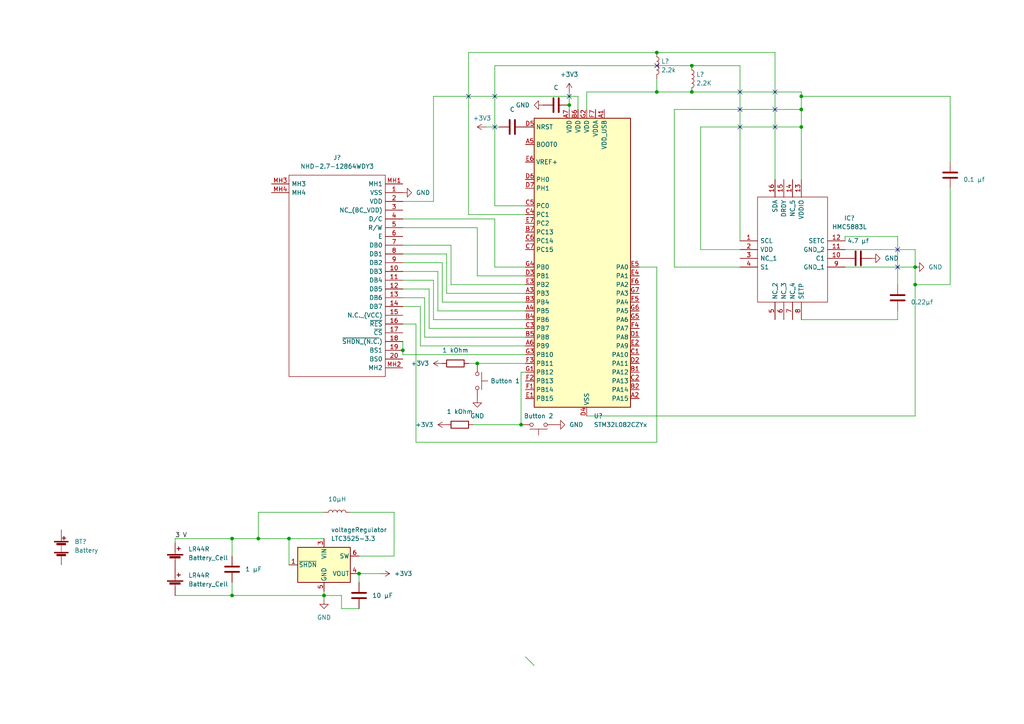
<source format=kicad_sch>
(kicad_sch (version 20211123) (generator eeschema)
  (paper "A4")
  (lib_symbols
    (symbol "BESTLIBRARY:HMC5883L" (pin_names (offset 0.762))
      (property "Reference" "IC" (at 26.67 17.78 0))
      (property "Value" "HMC5883L" (at 26.67 15.24 0))
      (symbol "HMC5883L_0_0"
        (pin passive line (at 0 0 0) (length 5.08) (name "SCL") (number "1"))
        (pin passive line (at 30.48 -5.08 180) (length 5.08) (name "C1") (number "10"))
        (pin passive line (at 30.48 -2.54 180) (length 5.08) (name "GND_2") (number "11"))
        (pin passive line (at 30.48 0 180) (length 5.08) (name "SETC") (number "12"))
        (pin passive line (at 17.78 17.78 270) (length 5.08) (name "VDDIO") (number "13"))
        (pin passive line (at 15.24 17.78 270) (length 5.08) (name "NC_5") (number "14"))
        (pin passive line (at 12.7 17.78 270) (length 5.08) (name "DRDY") (number "15"))
        (pin passive line (at 10.16 17.78 270) (length 5.08) (name "SDA") (number "16"))
        (pin passive line (at 0 -2.54 0) (length 5.08) (name "VDD") (number "2"))
        (pin passive line (at 0 -5.08 0) (length 5.08) (name "NC_1") (number "3"))
        (pin passive line (at 0 -7.62 0) (length 5.08) (name "S1") (number "4"))
        (pin passive line (at 10.16 -22.86 90) (length 5.08) (name "NC_2") (number "5"))
        (pin passive line (at 12.7 -22.86 90) (length 5.08) (name "NC_3") (number "6"))
        (pin passive line (at 15.24 -22.86 90) (length 5.08) (name "NC_4") (number "7"))
        (pin passive line (at 17.78 -22.86 90) (length 5.08) (name "SETP") (number "8"))
        (pin passive line (at 30.48 -7.62 180) (length 5.08) (name "GND_1") (number "9"))
      )
      (symbol "HMC5883L_0_1"
        (polyline (pts (xy 5.08 12.7) (xy 25.4 12.7) (xy 25.4 -17.78) (xy 5.08 -17.78) (xy 5.08 12.7)) (stroke (width 0.1524)))
      )
    )
    (symbol "BESTLIBRARY:NHD-2.7-12864WDY3" (pin_names (offset 0.762))
      (property "Reference" "J" (at 34.29 7.62 0))
      (property "Value" "NHD-2.7-12864WDY3" (at 34.29 5.08 0))
      (symbol "NHD-2.7-12864WDY3_0_0"
        (pin passive line (at 38.1 -2.54 180) (length 5.08) (name "VSS") (number "1"))
        (pin passive line (at 38.1 -25.4 180) (length 5.08) (name "DB3") (number "10"))
        (pin passive line (at 38.1 -27.94 180) (length 5.08) (name "DB4") (number "11"))
        (pin passive line (at 38.1 -30.48 180) (length 5.08) (name "DB5") (number "12"))
        (pin passive line (at 38.1 -33.02 180) (length 5.08) (name "DB6") (number "13"))
        (pin passive line (at 38.1 -35.56 180) (length 5.08) (name "DB7") (number "14"))
        (pin passive line (at 38.1 -38.1 180) (length 5.08) (name "N.C._(VCC)") (number "15"))
        (pin passive line (at 38.1 -40.64 180) (length 5.08) (name "~{RES}") (number "16"))
        (pin passive line (at 38.1 -43.18 180) (length 5.08) (name "~{CS}") (number "17"))
        (pin passive line (at 38.1 -45.72 180) (length 5.08) (name "~{SHDN_(N.C.})") (number "18"))
        (pin passive line (at 38.1 -48.26 180) (length 5.08) (name "BS1") (number "19"))
        (pin passive line (at 38.1 -5.08 180) (length 5.08) (name "VDD") (number "2"))
        (pin passive line (at 38.1 -50.8 180) (length 5.08) (name "BS0") (number "20"))
        (pin passive line (at 38.1 -7.62 180) (length 5.08) (name "NC_(BC_VDD)") (number "3"))
        (pin passive line (at 38.1 -10.16 180) (length 5.08) (name "D/C") (number "4"))
        (pin passive line (at 38.1 -12.7 180) (length 5.08) (name "R/W") (number "5"))
        (pin passive line (at 38.1 -15.24 180) (length 5.08) (name "E") (number "6"))
        (pin passive line (at 38.1 -17.78 180) (length 5.08) (name "DB0") (number "7"))
        (pin passive line (at 38.1 -20.32 180) (length 5.08) (name "DB1") (number "8"))
        (pin passive line (at 38.1 -22.86 180) (length 5.08) (name "DB2") (number "9"))
        (pin passive line (at 38.1 0 180) (length 5.08) (name "MH1") (number "MH1"))
        (pin passive line (at 38.1 -53.34 180) (length 5.08) (name "MH2") (number "MH2"))
        (pin passive line (at 0 0 0) (length 5.08) (name "MH3") (number "MH3"))
        (pin passive line (at 0 -2.54 0) (length 5.08) (name "MH4") (number "MH4"))
      )
      (symbol "NHD-2.7-12864WDY3_0_1"
        (polyline (pts (xy 5.08 2.54) (xy 33.02 2.54) (xy 33.02 -55.88) (xy 5.08 -55.88) (xy 5.08 2.54)) (stroke (width 0.1524)))
      )
    )
    (symbol "Device:Battery" (pin_numbers hide) (pin_names (offset 0) hide)
      (property "Reference" "BT" (at 2.54 2.54 0))
      (property "Value" "Battery" (at 2.54 0 0))
      (symbol "Battery_0_1"
        (rectangle (start -2.032 -1.397) (end 2.032 -1.651) (fill (type outline)))
        (rectangle (start -2.032 1.778) (end 2.032 1.524) (fill (type outline)))
        (rectangle (start -1.3208 -1.9812) (end 1.27 -2.4892) (fill (type outline)))
        (rectangle (start -1.3208 1.1938) (end 1.27 0.6858) (fill (type outline)))
        (polyline (pts (xy 0 -1.524) (xy 0 -1.27)))
        (polyline (pts (xy 0 -1.016) (xy 0 -0.762)))
        (polyline (pts (xy 0 -0.508) (xy 0 -0.254)))
        (polyline (pts (xy 0 0) (xy 0 0.254)))
        (polyline (pts (xy 0 0.508) (xy 0 0.762)))
        (polyline (pts (xy 0 1.778) (xy 0 2.54)))
        (polyline (pts (xy 0.254 2.667) (xy 1.27 2.667)) (stroke (width 0.254)))
        (polyline (pts (xy 0.762 3.175) (xy 0.762 2.159)) (stroke (width 0.254)))
      )
      (symbol "Battery_1_1"
        (pin passive line (at 0 5.08 270) (length 2.54) (name "+") (number "1"))
        (pin passive line (at 0 -5.08 90) (length 2.54) (name "-") (number "2"))
      )
    )
    (symbol "Device:Battery_Cell" (pin_numbers hide) (pin_names (offset 0) hide)
      (property "Reference" "BT" (at 2.54 2.54 0))
      (property "Value" "Battery_Cell" (at 2.54 0 0))
      (symbol "Battery_Cell_0_1"
        (rectangle (start -2.286 1.778) (end 2.286 1.524) (fill (type outline)))
        (rectangle (start -1.5748 1.1938) (end 1.4732 0.6858) (fill (type outline)))
        (polyline (pts (xy 0 0.762) (xy 0 0)))
        (polyline (pts (xy 0 1.778) (xy 0 2.54)))
        (polyline (pts (xy 0.508 3.429) (xy 1.524 3.429)) (stroke (width 0.254)))
        (polyline (pts (xy 1.016 3.937) (xy 1.016 2.921)) (stroke (width 0.254)))
      )
      (symbol "Battery_Cell_1_1"
        (pin passive line (at 0 5.08 270) (length 2.54) (name "+") (number "1"))
        (pin passive line (at 0 -2.54 90) (length 2.54) (name "-") (number "2"))
      )
    )
    (symbol "Device:C" (pin_numbers hide) (pin_names (offset 0.254))
      (property "Reference" "C" (at 0.635 2.54 0))
      (property "Value" "C" (at 0.635 -2.54 0))
      (symbol "C_0_1"
        (polyline (pts (xy -2.032 -0.762) (xy 2.032 -0.762)) (stroke (width 0.508)))
        (polyline (pts (xy -2.032 0.762) (xy 2.032 0.762)) (stroke (width 0.508)))
      )
      (symbol "C_1_1"
        (pin passive line (at 0 3.81 270) (length 2.794) (name "~") (number "1"))
        (pin passive line (at 0 -3.81 90) (length 2.794) (name "~") (number "2"))
      )
    )
    (symbol "Device:L" (pin_numbers hide) (pin_names (offset 1.016) hide)
      (property "Reference" "L" (at -1.27 0 90))
      (property "Value" "L" (at 1.905 0 90))
      (symbol "L_0_1"
        (arc (start 0 -2.54) (mid 0.635 -1.905) (end 0 -1.27))
        (arc (start 0 -1.27) (mid 0.635 -0.635) (end 0 0))
        (arc (start 0 0) (mid 0.635 0.635) (end 0 1.27))
        (arc (start 0 1.27) (mid 0.635 1.905) (end 0 2.54))
      )
      (symbol "L_1_1"
        (pin passive line (at 0 3.81 270) (length 1.27) (name "1") (number "1"))
        (pin passive line (at 0 -3.81 90) (length 1.27) (name "2") (number "2"))
      )
    )
    (symbol "Device:R" (pin_numbers hide) (pin_names (offset 0))
      (property "Reference" "R" (at 2.032 0 90))
      (property "Value" "R" (at 0 0 90))
      (symbol "R_0_1"
        (rectangle (start -1.016 -2.54) (end 1.016 2.54) (stroke (width 0.254)))
      )
      (symbol "R_1_1"
        (pin passive line (at 0 3.81 270) (length 1.27) (name "~") (number "1"))
        (pin passive line (at 0 -3.81 90) (length 1.27) (name "~") (number "2"))
      )
    )
    (symbol "MCU_ST_STM32L0:STM32L082CZYx"
      (property "Reference" "U" (at -15.24 41.91 0))
      (property "Value" "STM32L082CZYx" (at 7.62 41.91 0))
      (symbol "STM32L082CZYx_0_1"
        (rectangle (start -15.24 -43.18) (end 12.7 40.64) (stroke (width 0.254)) (fill (type background)))
      )
      (symbol "STM32L082CZYx_1_1"
        (pin power_in line (at 5.08 43.18 270) (length 2.54) (name "VDD_USB") (number "A1"))
        (pin bidirectional line (at 15.24 -40.64 180) (length 2.54) (name "PA15") (number "A2"))
        (pin bidirectional line (at -17.78 -10.16 0) (length 2.54) (name "PB3") (number "A3"))
        (pin bidirectional line (at -17.78 -15.24 0) (length 2.54) (name "PB5") (number "A4"))
        (pin input line (at -17.78 33.02 0) (length 2.54) (name "BOOT0") (number "A5"))
        (pin bidirectional line (at -17.78 -25.4 0) (length 2.54) (name "PB9") (number "A6"))
        (pin power_in line (at -5.08 43.18 270) (length 2.54) (name "VDD") (number "A7"))
        (pin bidirectional line (at 15.24 -33.02 180) (length 2.54) (name "PA12") (number "B1"))
        (pin bidirectional line (at 15.24 -38.1 180) (length 2.54) (name "PA14") (number "B2"))
        (pin bidirectional line (at -17.78 -12.7 0) (length 2.54) (name "PB4") (number "B3"))
        (pin bidirectional line (at -17.78 -17.78 0) (length 2.54) (name "PB6") (number "B4"))
        (pin bidirectional line (at -17.78 -22.86 0) (length 2.54) (name "PB8") (number "B5"))
        (pin power_in line (at -2.54 43.18 270) (length 2.54) (name "VDD") (number "B6"))
        (pin bidirectional line (at -17.78 7.62 0) (length 2.54) (name "PC13") (number "B7"))
        (pin bidirectional line (at 15.24 -27.94 180) (length 2.54) (name "PA10") (number "C1"))
        (pin bidirectional line (at 15.24 -35.56 180) (length 2.54) (name "PA13") (number "C2"))
        (pin bidirectional line (at -17.78 -20.32 0) (length 2.54) (name "PB7") (number "C3"))
        (pin bidirectional line (at -17.78 12.7 0) (length 2.54) (name "PC1") (number "C4"))
        (pin bidirectional line (at -17.78 15.24 0) (length 2.54) (name "PC0") (number "C5"))
        (pin bidirectional line (at -17.78 5.08 0) (length 2.54) (name "PC14") (number "C6"))
        (pin bidirectional line (at -17.78 2.54 0) (length 2.54) (name "PC15") (number "C7"))
        (pin bidirectional line (at 15.24 -22.86 180) (length 2.54) (name "PA8") (number "D1"))
        (pin bidirectional line (at 15.24 -30.48 180) (length 2.54) (name "PA11") (number "D2"))
        (pin bidirectional line (at -17.78 -5.08 0) (length 2.54) (name "PB1") (number "D3"))
        (pin power_in line (at 0 -45.72 90) (length 2.54) (name "VSS") (number "D4"))
        (pin input line (at -17.78 38.1 0) (length 2.54) (name "NRST") (number "D5"))
        (pin input line (at -17.78 22.86 0) (length 2.54) (name "PH0") (number "D6"))
        (pin input line (at -17.78 20.32 0) (length 2.54) (name "PH1") (number "D7"))
        (pin bidirectional line (at -17.78 -40.64 0) (length 2.54) (name "PB15") (number "E1"))
        (pin bidirectional line (at 15.24 -25.4 180) (length 2.54) (name "PA9") (number "E2"))
        (pin bidirectional line (at -17.78 -7.62 0) (length 2.54) (name "PB2") (number "E3"))
        (pin bidirectional line (at 15.24 -5.08 180) (length 2.54) (name "PA1") (number "E4"))
        (pin bidirectional line (at 15.24 -2.54 180) (length 2.54) (name "PA0") (number "E5"))
        (pin power_in line (at -17.78 27.94 0) (length 2.54) (name "VREF+") (number "E6"))
        (pin bidirectional line (at -17.78 10.16 0) (length 2.54) (name "PC2") (number "E7"))
        (pin bidirectional line (at -17.78 -38.1 0) (length 2.54) (name "PB14") (number "F1"))
        (pin bidirectional line (at -17.78 -35.56 0) (length 2.54) (name "PB13") (number "F2"))
        (pin bidirectional line (at -17.78 -30.48 0) (length 2.54) (name "PB11") (number "F3"))
        (pin bidirectional line (at 15.24 -20.32 180) (length 2.54) (name "PA7") (number "F4"))
        (pin bidirectional line (at 15.24 -12.7 180) (length 2.54) (name "PA4") (number "F5"))
        (pin bidirectional line (at 15.24 -7.62 180) (length 2.54) (name "PA2") (number "F6"))
        (pin power_in line (at 2.54 43.18 270) (length 2.54) (name "VDDA") (number "F7"))
        (pin bidirectional line (at -17.78 -33.02 0) (length 2.54) (name "PB12") (number "G1"))
        (pin power_in line (at 0 43.18 270) (length 2.54) (name "VDD") (number "G2"))
        (pin bidirectional line (at -17.78 -27.94 0) (length 2.54) (name "PB10") (number "G3"))
        (pin bidirectional line (at -17.78 -2.54 0) (length 2.54) (name "PB0") (number "G4"))
        (pin bidirectional line (at 15.24 -17.78 180) (length 2.54) (name "PA6") (number "G5"))
        (pin bidirectional line (at 15.24 -15.24 180) (length 2.54) (name "PA5") (number "G6"))
        (pin bidirectional line (at 15.24 -10.16 180) (length 2.54) (name "PA3") (number "G7"))
      )
    )
    (symbol "Regulator_Switching:LTC3525-3.3" (pin_names (offset 0.254))
      (property "Reference" "U" (at -6.35 6.35 0))
      (property "Value" "LTC3525-3.3" (at 1.27 6.35 0))
      (symbol "LTC3525-3.3_0_1"
        (rectangle (start -7.62 5.08) (end 7.62 -5.08) (stroke (width 0.254)) (fill (type background)))
      )
      (symbol "LTC3525-3.3_1_1"
        (pin input line (at -10.16 0 0) (length 2.54) (name "~{SHDN}") (number "1"))
        (pin passive line (at 0 -7.62 90) (length 2.54) hide (name "GND") (number "2"))
        (pin power_in line (at 0 7.62 270) (length 2.54) (name "VIN") (number "3"))
        (pin power_out line (at 10.16 -2.54 180) (length 2.54) (name "VOUT") (number "4"))
        (pin power_in line (at 0 -7.62 90) (length 2.54) (name "GND") (number "5"))
        (pin input line (at 10.16 2.54 180) (length 2.54) (name "SW") (number "6"))
      )
    )
    (symbol "Switch:SW_Push" (pin_numbers hide) (pin_names (offset 1.016) hide)
      (property "Reference" "SW" (at 1.27 2.54 0))
      (property "Value" "SW_Push" (at 0 -1.524 0))
      (symbol "SW_Push_0_1"
        (circle (center -2.032 0) (radius 0.508))
        (polyline (pts (xy 0 1.27) (xy 0 3.048)))
        (polyline (pts (xy 2.54 1.27) (xy -2.54 1.27)))
        (circle (center 2.032 0) (radius 0.508))
        (pin passive line (at -5.08 0 0) (length 2.54) (name "1") (number "1"))
        (pin passive line (at 5.08 0 180) (length 2.54) (name "2") (number "2"))
      )
    )
    (symbol "power:+3.3V" (power) (pin_names (offset 0))
      (property "Value" "+3.3V" (at 0 3.556 0))
      (symbol "+3.3V_0_1"
        (polyline (pts (xy -0.762 1.27) (xy 0 2.54)))
        (polyline (pts (xy 0 0) (xy 0 2.54)))
        (polyline (pts (xy 0 2.54) (xy 0.762 1.27)))
      )
      (symbol "+3.3V_1_1"
        (pin power_in line (at 0 0 90) (length 0) hide (name "+3V3") (number "1"))
      )
    )
    (symbol "power:GND" (power) (pin_names (offset 0))
      (property "Value" "GND" (at 0 -3.81 0))
      (symbol "GND_0_1"
        (polyline (pts (xy 0 0) (xy 0 -1.27) (xy 1.27 -1.27) (xy 0 -2.54) (xy -1.27 -1.27) (xy 0 -1.27)))
      )
      (symbol "GND_1_1"
        (pin power_in line (at 0 0 270) (length 0) hide (name "GND") (number "1"))
      )
    )
  )
  (junction (at 67.31 156.21))
  (junction (at 200.66 19.05))
  (junction (at 232.41 36.83))
  (junction (at 83.82 156.21))
  (junction (at 67.31 172.72))
  (junction (at 232.41 31.75))
  (junction (at 265.43 82.55))
  (junction (at 116.84 101.6))
  (junction (at 138.43 105.41))
  (junction (at 93.98 172.72))
  (junction (at 265.43 77.47))
  (junction (at 74.93 156.21))
  (junction (at 190.5 15.24))
  (junction (at 151.13 123.19))
  (junction (at 190.5 26.67))
  (junction (at 200.66 26.67))
  (junction (at 232.41 27.94))
  (junction (at 165.1 30.48))
  (junction (at 104.14 166.37))
  (no_connect (at 214.63 26.67))
  (no_connect (at 224.79 26.67))
  (no_connect (at 260.35 77.47))
  (no_connect (at 260.35 72.39))
  (no_connect (at 214.63 36.83))
  (no_connect (at 224.79 36.83))
  (no_connect (at 224.79 31.75))
  (no_connect (at 214.63 31.75))
  (no_connect (at 135.89 27.94))
  (no_connect (at 143.51 27.94))
  (no_connect (at 190.5 19.05))
  (no_connect (at 143.51 36.83))
  (no_connect (at 165.1 27.94))
  (bus_entry (at 152.4 190.5) (size 2.54 2.54))
  (wire (pts (xy 93.98 173.99) (xy 93.98 172.72)))
  (wire (pts (xy 116.84 101.6) (xy 116.84 102.87)))
  (wire (pts (xy 152.4 107.95) (xy 151.13 107.95)))
  (wire (pts (xy 260.35 82.55) (xy 260.35 68.58)))
  (wire (pts (xy 232.41 36.83) (xy 232.41 52.07)))
  (wire (pts (xy 116.84 88.9) (xy 121.92 88.9)))
  (wire (pts (xy 135.89 15.24) (xy 190.5 15.24)))
  (wire (pts (xy 265.43 72.39) (xy 265.43 77.47)))
  (wire (pts (xy 116.84 81.28) (xy 125.73 81.28)))
  (wire (pts (xy 104.14 166.37) (xy 104.14 168.91)))
  (wire (pts (xy 121.92 88.9) (xy 121.92 100.33)))
  (wire (pts (xy 138.43 66.04) (xy 138.43 80.01)))
  (wire (pts (xy 67.31 156.21) (xy 67.31 161.29)))
  (wire (pts (xy 232.41 92.71) (xy 260.35 92.71)))
  (wire (pts (xy 116.84 78.74) (xy 127 78.74)))
  (wire (pts (xy 116.84 76.2) (xy 128.27 76.2)))
  (wire (pts (xy 232.41 26.67) (xy 232.41 27.94)))
  (wire (pts (xy 120.65 128.27) (xy 190.5 128.27)))
  (wire (pts (xy 214.63 19.05) (xy 214.63 69.85)))
  (wire (pts (xy 170.18 120.65) (xy 265.43 120.65)))
  (wire (pts (xy 232.41 26.67) (xy 200.66 26.67)))
  (wire (pts (xy 143.51 63.5) (xy 143.51 77.47)))
  (wire (pts (xy 135.89 105.41) (xy 138.43 105.41)))
  (wire (pts (xy 224.79 15.24) (xy 224.79 52.07)))
  (wire (pts (xy 203.2 72.39) (xy 203.2 36.83)))
  (wire (pts (xy 128.27 87.63) (xy 152.4 87.63)))
  (wire (pts (xy 138.43 80.01) (xy 152.4 80.01)))
  (wire (pts (xy 214.63 77.47) (xy 195.58 77.47)))
  (wire (pts (xy 167.64 31.75) (xy 167.64 27.94)))
  (wire (pts (xy 104.14 166.37) (xy 110.49 166.37)))
  (wire (pts (xy 275.59 82.55) (xy 265.43 82.55)))
  (wire (pts (xy 67.31 172.72) (xy 93.98 172.72)))
  (wire (pts (xy 245.11 77.47) (xy 265.43 77.47)))
  (wire (pts (xy 120.65 93.98) (xy 120.65 128.27)))
  (wire (pts (xy 67.31 156.21) (xy 50.8 156.21)))
  (wire (pts (xy 114.3 148.59) (xy 101.6 148.59)))
  (wire (pts (xy 203.2 36.83) (xy 232.41 36.83)))
  (wire (pts (xy 129.54 85.09) (xy 152.4 85.09)))
  (wire (pts (xy 190.5 77.47) (xy 185.42 77.47)))
  (wire (pts (xy 116.84 86.36) (xy 123.19 86.36)))
  (wire (pts (xy 195.58 31.75) (xy 232.41 31.75)))
  (wire (pts (xy 125.73 92.71) (xy 152.4 92.71)))
  (wire (pts (xy 143.51 77.47) (xy 152.4 77.47)))
  (wire (pts (xy 167.64 27.94) (xy 125.73 27.94)))
  (wire (pts (xy 265.43 77.47) (xy 265.43 82.55)))
  (wire (pts (xy 200.66 26.67) (xy 190.5 26.67)))
  (wire (pts (xy 232.41 27.94) (xy 275.59 27.94)))
  (wire (pts (xy 125.73 27.94) (xy 125.73 58.42)))
  (wire (pts (xy 83.82 156.21) (xy 93.98 156.21)))
  (wire (pts (xy 114.3 161.29) (xy 114.3 148.59)))
  (wire (pts (xy 200.66 19.05) (xy 214.63 19.05)))
  (wire (pts (xy 74.93 156.21) (xy 83.82 156.21)))
  (wire (pts (xy 232.41 31.75) (xy 232.41 36.83)))
  (wire (pts (xy 124.46 83.82) (xy 124.46 95.25)))
  (wire (pts (xy 121.92 100.33) (xy 152.4 100.33)))
  (wire (pts (xy 116.84 102.87) (xy 152.4 102.87)))
  (wire (pts (xy 260.35 92.71) (xy 260.35 90.17)))
  (wire (pts (xy 116.84 93.98) (xy 120.65 93.98)))
  (wire (pts (xy 138.43 105.41) (xy 152.4 105.41)))
  (wire (pts (xy 137.16 123.19) (xy 151.13 123.19)))
  (wire (pts (xy 83.82 163.83) (xy 83.82 156.21)))
  (wire (pts (xy 245.11 68.58) (xy 260.35 68.58)))
  (wire (pts (xy 275.59 54.61) (xy 275.59 82.55)))
  (wire (pts (xy 116.84 73.66) (xy 129.54 73.66)))
  (wire (pts (xy 50.8 172.72) (xy 67.31 172.72)))
  (wire (pts (xy 125.73 81.28) (xy 125.73 92.71)))
  (wire (pts (xy 190.5 26.67) (xy 170.18 26.67)))
  (wire (pts (xy 125.73 58.42) (xy 116.84 58.42)))
  (wire (pts (xy 170.18 26.67) (xy 170.18 31.75)))
  (wire (pts (xy 135.89 62.23) (xy 135.89 15.24)))
  (wire (pts (xy 93.98 172.72) (xy 99.06 172.72)))
  (wire (pts (xy 151.13 107.95) (xy 151.13 123.19)))
  (wire (pts (xy 127 90.17) (xy 152.4 90.17)))
  (wire (pts (xy 140.97 36.83) (xy 144.78 36.83)))
  (wire (pts (xy 143.51 59.69) (xy 143.51 19.05)))
  (wire (pts (xy 129.54 73.66) (xy 129.54 85.09)))
  (wire (pts (xy 265.43 82.55) (xy 265.43 120.65)))
  (wire (pts (xy 116.84 83.82) (xy 124.46 83.82)))
  (wire (pts (xy 152.4 62.23) (xy 135.89 62.23)))
  (wire (pts (xy 232.41 27.94) (xy 232.41 31.75)))
  (wire (pts (xy 123.19 86.36) (xy 123.19 97.79)))
  (wire (pts (xy 152.4 59.69) (xy 143.51 59.69)))
  (wire (pts (xy 165.1 26.67) (xy 165.1 30.48)))
  (wire (pts (xy 74.93 148.59) (xy 74.93 156.21)))
  (wire (pts (xy 99.06 172.72) (xy 99.06 176.53)))
  (wire (pts (xy 195.58 77.47) (xy 195.58 31.75)))
  (wire (pts (xy 130.81 82.55) (xy 130.81 71.12)))
  (wire (pts (xy 123.19 97.79) (xy 152.4 97.79)))
  (wire (pts (xy 124.46 95.25) (xy 152.4 95.25)))
  (wire (pts (xy 214.63 72.39) (xy 203.2 72.39)))
  (wire (pts (xy 116.84 66.04) (xy 138.43 66.04)))
  (wire (pts (xy 245.11 68.58) (xy 245.11 69.85)))
  (wire (pts (xy 50.8 156.21) (xy 50.8 157.48)))
  (wire (pts (xy 245.11 72.39) (xy 265.43 72.39)))
  (wire (pts (xy 67.31 156.21) (xy 74.93 156.21)))
  (wire (pts (xy 67.31 168.91) (xy 67.31 172.72)))
  (wire (pts (xy 127 78.74) (xy 127 90.17)))
  (wire (pts (xy 116.84 63.5) (xy 143.51 63.5)))
  (wire (pts (xy 165.1 30.48) (xy 165.1 31.75)))
  (wire (pts (xy 190.5 128.27) (xy 190.5 77.47)))
  (wire (pts (xy 116.84 99.06) (xy 116.84 101.6)))
  (wire (pts (xy 190.5 15.24) (xy 224.79 15.24)))
  (wire (pts (xy 143.51 19.05) (xy 200.66 19.05)))
  (wire (pts (xy 130.81 71.12) (xy 116.84 71.12)))
  (wire (pts (xy 128.27 76.2) (xy 128.27 87.63)))
  (wire (pts (xy 104.14 161.29) (xy 114.3 161.29)))
  (wire (pts (xy 190.5 22.86) (xy 190.5 26.67)))
  (wire (pts (xy 99.06 176.53) (xy 104.14 176.53)))
  (wire (pts (xy 275.59 27.94) (xy 275.59 46.99)))
  (wire (pts (xy 152.4 82.55) (xy 130.81 82.55)))
  (wire (pts (xy 93.98 148.59) (xy 74.93 148.59)))
  (wire (pts (xy 93.98 172.72) (xy 93.98 171.45)))
  (label "3 V" (at 50.8 156.21 0))
  (symbol (lib_id "power:+3.3V") (at 129.54 123.19 90) (unit 1)
    (property "Reference" "#PWR?" (effects hide))
    (property "Value" "+3.3V" (at 125.73 123.1899 90) (effects (justify left)))
  )
  (symbol (lib_id "Switch:SW_Push") (at 138.43 110.49 270) (unit 1)
    (property "Reference" "SW?" (effects hide))
    (property "Value" "Button 1" (at 142.24 110.4899 90) (effects (justify left)))
  )
  (symbol (lib_id "power:GND") (at 138.43 115.57 0) (unit 1)
    (property "Reference" "#PWR?" (effects hide))
    (property "Value" "GND" (at 138.43 120.65 0))
  )
  (symbol (lib_id "Device:L") (at 97.79 148.59 90) (unit 1)
    (property "Reference" "L?" (effects hide))
    (property "Value" "10μH" (at 97.79 144.78 90))
  )
  (symbol (lib_id "Device:L") (at 200.66 22.86 0) (unit 1)
    (property "Reference" "L?" (at 201.93 21.5899 0) (effects (justify left)))
    (property "Value" "2.2K" (at 201.93 24.1299 0) (effects (justify left)))
  )
  (symbol (lib_id "power:GND") (at 116.84 55.88 90) (unit 1)
    (property "Reference" "#PWR?" (effects hide))
    (property "Value" "GND" (at 120.65 55.8799 90) (effects (justify right)))
  )
  (symbol (lib_id "BESTLIBRARY:HMC5883L") (at 214.63 69.85 0) (unit 1)
    (property "Reference" "IC?" (at 246.38 63.2712 0))
    (property "Value" "HMC5883L" (at 246.38 65.8112 0))
    (property "Footprint" "HMC5883L" (effects hide))
    (property "Datasheet" "http://www.farnell.com/datasheets/1683374.pdf" (effects hide))
    (property "Description" "Three-Axis Digital Compass IC" (effects hide))
    (property "Height" "0.9" (effects hide))
    (property "Manufacturer_Name" "Honeywell" (effects hide))
    (property "Manufacturer_Part_Number" "HMC5883L" (effects hide))
  )
  (symbol (lib_id "power:GND") (at 161.29 123.19 90) (unit 1)
    (property "Reference" "#PWR?" (effects hide))
    (property "Value" "GND" (at 165.1 123.1899 90) (effects (justify right)))
  )
  (symbol (lib_id "Regulator_Switching:LTC3525-3.3") (at 93.98 163.83 0) (unit 1)
    (property "Reference" "voltageRegulator" (at 95.9994 153.67 0) (effects (justify left)))
    (property "Value" "LTC3525-3.3" (at 95.9994 156.21 0) (effects (justify left)))
    (property "Footprint" "Package_TO_SOT_SMD:SOT-363_SC-70-6" (effects hide))
    (property "Datasheet" "https://www.analog.com/media/en/technical-documentation/data-sheets/3525fc.pdf" (effects hide))
  )
  (symbol (lib_id "power:+3.3V") (at 128.27 105.41 90) (unit 1)
    (property "Reference" "#PWR?" (effects hide))
    (property "Value" "+3.3V" (at 124.46 105.4099 90) (effects (justify left)))
  )
  (symbol (lib_id "power:+3.3V") (at 110.49 166.37 270) (unit 1)
    (property "Reference" "#PWR?" (effects hide))
    (property "Value" "+3.3V" (at 114.3 166.3699 90) (effects (justify left)))
  )
  (symbol (lib_id "MCU_ST_STM32L0:STM32L082CZYx") (at 170.18 74.93 0) (unit 1)
    (property "Reference" "U?" (at 172.1994 120.65 0) (effects (justify left)))
    (property "Value" "STM32L082CZYx" (at 172.1994 123.19 0) (effects (justify left)))
    (property "Footprint" "Package_CSP:ST_WLCSP-49_Die447" (effects hide))
    (property "Datasheet" "http://www.st.com/st-web-ui/static/active/en/resource/technical/document/datasheet/DM00141132.pdf" (effects hide))
  )
  (symbol (lib_id "Device:C") (at 67.31 165.1 0) (unit 1)
    (property "Reference" "C?" (effects hide))
    (property "Value" "1 μF" (at 71.12 165.0999 0) (effects (justify left)))
  )
  (symbol (lib_id "Device:Battery_Cell") (at 50.8 162.56 0) (unit 1)
    (property "Reference" "LR44R" (at 54.61 159.2579 0) (effects (justify left)))
    (property "Value" "Battery_Cell" (at 54.61 161.7979 0) (effects (justify left)))
  )
  (symbol (lib_id "power:GND") (at 265.43 77.47 90) (unit 1)
    (property "Reference" "#PWR?" (effects hide))
    (property "Value" "GND" (at 269.24 77.4699 90) (effects (justify right)))
  )
  (symbol (lib_id "power:GND") (at 93.98 173.99 0) (unit 1)
    (property "Reference" "#PWR?" (effects hide))
    (property "Value" "GND" (at 93.98 179.07 0))
  )
  (symbol (lib_id "Switch:SW_Push") (at 156.21 123.19 180) (unit 1)
    (property "Reference" "SW?" (effects hide))
    (property "Value" "Button 2" (at 156.21 120.65 0))
  )
  (symbol (lib_id "Device:C") (at 275.59 50.8 0) (unit 1)
    (property "Reference" "C?" (effects hide))
    (property "Value" "0.1 μf" (at 279.4 52.0699 0) (effects (justify left)))
  )
  (symbol (lib_id "Device:R") (at 132.08 105.41 90) (unit 1)
    (property "Reference" "R?" (effects hide))
    (property "Value" "1 kOhm" (at 132.08 101.6 90))
  )
  (symbol (lib_id "Device:C") (at 148.59 36.83 90) (unit 1)
    (property "Reference" "C?" (effects hide))
    (property "Value" "C" (at 148.59 31.75 90))
  )
  (symbol (lib_id "Device:C") (at 104.14 172.72 0) (unit 1)
    (property "Reference" "C?" (effects hide))
    (property "Value" "10 μF" (at 107.95 172.7199 0) (effects (justify left)))
  )
  (symbol (lib_id "Device:C") (at 161.29 30.48 90) (unit 1)
    (property "Reference" "C?" (effects hide))
    (property "Value" "C" (at 161.29 25.4 90))
  )
  (symbol (lib_id "Device:Battery_Cell") (at 50.8 170.18 0) (unit 1)
    (property "Reference" "LR44R" (at 54.61 166.8779 0) (effects (justify left)))
    (property "Value" "Battery_Cell" (at 54.61 169.4179 0) (effects (justify left)))
  )
  (symbol (lib_id "Device:Battery") (at 17.78 158.75 0) (unit 1)
    (property "Reference" "BT?" (at 21.59 157.0989 0) (effects (justify left)))
    (property "Value" "Battery" (at 21.59 159.6389 0) (effects (justify left)))
  )
  (symbol (lib_id "power:GND") (at 157.48 30.48 270) (unit 1)
    (property "Reference" "#PWR?" (effects hide))
    (property "Value" "GND" (at 153.67 30.4799 90) (effects (justify right)))
  )
  (symbol (lib_id "power:+3.3V") (at 165.1 26.67 0) (unit 1)
    (property "Reference" "#PWR?" (effects hide))
    (property "Value" "+3.3V" (at 165.1 21.59 0))
  )
  (symbol (lib_id "power:GND") (at 252.73 74.93 90) (unit 1)
    (property "Reference" "#PWR?" (effects hide))
    (property "Value" "GND" (at 256.54 74.9299 90) (effects (justify right)))
  )
  (symbol (lib_id "Device:L") (at 190.5 19.05 0) (unit 1)
    (property "Reference" "L?" (at 191.77 17.7799 0) (effects (justify left)))
    (property "Value" "2.2k" (at 191.77 20.3199 0) (effects (justify left)))
  )
  (symbol (lib_id "BESTLIBRARY:NHD-2.7-12864WDY3") (at 78.74 53.34 0) (unit 1)
    (property "Reference" "J?" (at 97.79 45.72 0))
    (property "Value" "NHD-2.7-12864WDY3" (at 97.79 48.26 0))
    (property "Footprint" "NHD2712864WDY3" (effects hide))
    (property "Datasheet" "http://www.newhavendisplay.com/specs/NHD-2.7-12864WDY3.pdf" (effects hide))
    (property "Description" "2.7 Yellow Graphic OLED - 128 x 64 pixels - 3.3V - 8-bit Parallel/3-wire SPI or 4-wire SPI - Controller:SSD1322 - 1 x 20 Top" (effects hide))
    (property "Height" "3.4" (effects hide))
    (property "Manufacturer_Name" "Newhaven Display" (effects hide))
    (property "Manufacturer_Part_Number" "NHD-2.7-12864WDY3" (effects hide))
    (property "Mouser Part Number" "763-NHD2712864WDY3" (effects hide))
    (property "Mouser Price/Stock" "https://www.mouser.co.uk/ProductDetail/Newhaven-Display/NHD-27-12864WDY3?qs=HXFqYaX1Q2xb9z240q0YhA%3D%3D" (effects hide))
  )
  (symbol (lib_id "Device:R") (at 133.35 123.19 90) (unit 1)
    (property "Reference" "R?" (effects hide))
    (property "Value" "1 kOhm" (at 133.35 119.38 90))
  )
  (symbol (lib_id "power:+3.3V") (at 140.97 36.83 90) (unit 1)
    (property "Reference" "#PWR?" (effects hide))
    (property "Value" "+3.3V" (at 137.16 34.29 90) (effects (justify right)))
  )
  (symbol (lib_id "Device:C") (at 248.92 74.93 90) (unit 1)
    (property "Reference" "C?" (effects hide))
    (property "Value" "4.7 μf" (at 248.92 69.85 90))
  )
  (symbol (lib_id "Device:C") (at 260.35 86.36 0) (unit 1)
    (property "Reference" "C?" (effects hide))
    (property "Value" "0.22μf" (at 264.16 87.6299 0) (effects (justify left)))
  )
)
</source>
